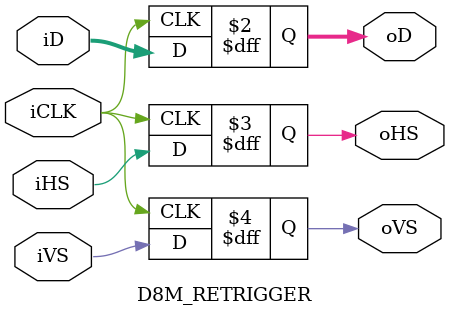
<source format=v>

module D8M_RETRIGGER ( 
 input iCLK , 
 input [9:0] iD , 
 output reg [9:0]  oD , 
 input iHS,
 input iVS,
 output reg  oHS,
 output reg  oVS

);
always @(posedge iCLK )begin 
   oD <=iD ; 
   oVS<=iVS;  
   oHS<=iHS;  
end  

endmodule 
</source>
